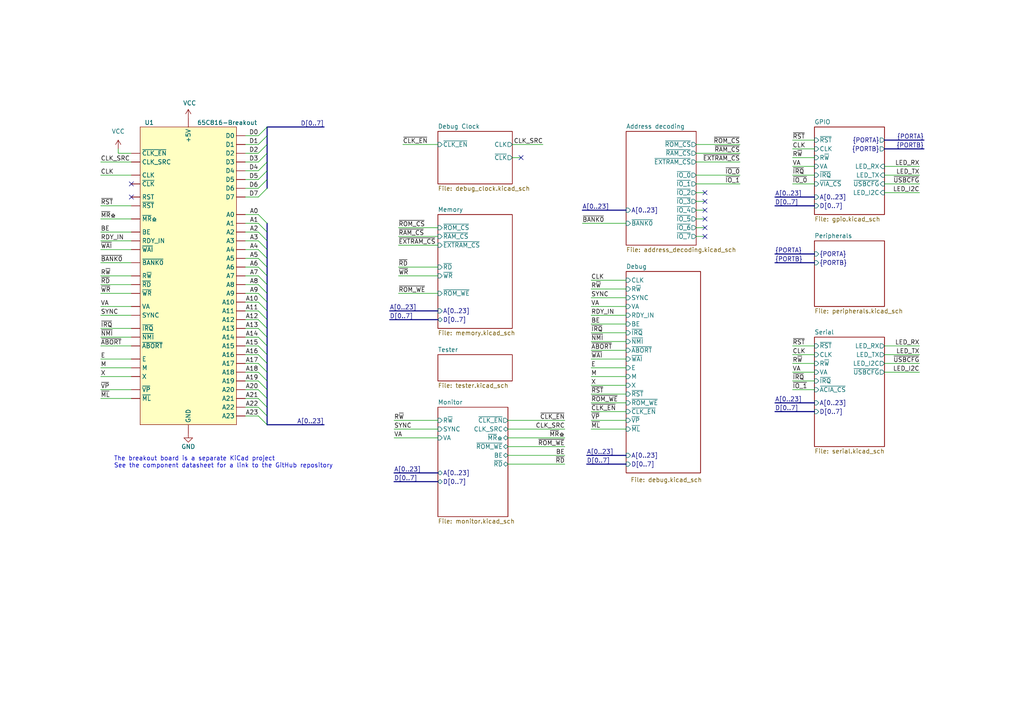
<source format=kicad_sch>
(kicad_sch (version 20250114) (generator "eeschema") (generator_version "9.0")
  (paper "A4")
  (title_block (title "BB816 Homebrew Computer") (date "2023-05-23") (rev "A.32") (comment 2 "https://github.com/adrienkohlbecker/BB816") (comment 3 "Licensed under CERN-OHL-W v2") (comment 4 "Copyright © 2022-2023 Adrien Kohlbecker"))
  (lib_symbols
    (symbol "65C816:65C816-Breakout"
      (property "Reference" "U" (at -12.7 44.45 0))
      (property "Value" "65C816-Breakout" (at 12.7 44.45 0))
      (symbol "65C816-Breakout_0_1"
        (rectangle (start -13.97 43.18) (end 13.97 -43.18) (fill (type background)))
      )
      (symbol "65C816-Breakout_1_1"
        (pin input line (at -16.51 35.56 0) (length 2.54) (name "~{CLK_EN}") (number ""))
        (pin bidirectional line (at -16.51 33.02 0) (length 2.54) (name "CLK_SRC") (number ""))
        (pin output line (at -16.51 29.21 0) (length 2.54) (name "CLK") (number ""))
        (pin output line (at -16.51 26.67 0) (length 2.54) (name "~{CLK}") (number ""))
        (pin output line (at -16.51 22.86 0) (length 2.54) (name "RST") (number ""))
        (pin output line (at -16.51 20.32 0) (length 2.54) (name "~{RST}") (number ""))
        (pin open_collector line (at -16.51 16.51 0) (length 2.54) (name "~{MR}⎒") (number ""))
        (pin input line (at -16.51 12.7 0) (length 2.54) (name "BE") (number ""))
        (pin input line (at -16.51 10.16 0) (length 2.54) (name "RDY_IN") (number ""))
        (pin output line (at -16.51 7.62 0) (length 2.54) (name "~{WAI}") (number ""))
        (pin output line (at -16.51 3.81 0) (length 2.54) (name "~{BANK0}") (number ""))
        (pin bidirectional line (at -16.51 0 0) (length 2.54) (name "R~{W}") (number ""))
        (pin tri_state line (at -16.51 -2.54 0) (length 2.54) (name "~{RD}") (number ""))
        (pin tri_state line (at -16.51 -5.08 0) (length 2.54) (name "~{WR}") (number ""))
        (pin tri_state line (at -16.51 -8.89 0) (length 2.54) (name "VA") (number ""))
        (pin output line (at -16.51 -11.43 0) (length 2.54) (name "SYNC") (number ""))
        (pin input line (at -16.51 -15.24 0) (length 2.54) (name "~{IRQ}") (number ""))
        (pin input line (at -16.51 -17.78 0) (length 2.54) (name "~{NMI}") (number ""))
        (pin input line (at -16.51 -20.32 0) (length 2.54) (name "~{ABORT}") (number ""))
        (pin output line (at -16.51 -24.13 0) (length 2.54) (name "E") (number ""))
        (pin output line (at -16.51 -26.67 0) (length 2.54) (name "M") (number ""))
        (pin output line (at -16.51 -29.21 0) (length 2.54) (name "X") (number ""))
        (pin output line (at -16.51 -33.02 0) (length 2.54) (name "~{VP}") (number ""))
        (pin output line (at -16.51 -35.56 0) (length 2.54) (name "~{ML}") (number ""))
        (pin power_out line (at 0 45.72 270) (length 2.54) (name "+5V") (number ""))
        (pin power_out line (at 0 -45.72 90) (length 2.54) (name "GND") (number ""))
        (pin bidirectional line (at 16.51 40.64 180) (length 2.54) (name "D0") (number ""))
        (pin bidirectional line (at 16.51 38.1 180) (length 2.54) (name "D1") (number ""))
        (pin bidirectional line (at 16.51 35.56 180) (length 2.54) (name "D2") (number ""))
        (pin bidirectional line (at 16.51 33.02 180) (length 2.54) (name "D3") (number ""))
        (pin bidirectional line (at 16.51 30.48 180) (length 2.54) (name "D4") (number ""))
        (pin bidirectional line (at 16.51 27.94 180) (length 2.54) (name "D5") (number ""))
        (pin bidirectional line (at 16.51 25.4 180) (length 2.54) (name "D6") (number ""))
        (pin bidirectional line (at 16.51 22.86 180) (length 2.54) (name "D7") (number ""))
        (pin tri_state line (at 16.51 17.78 180) (length 2.54) (name "A0") (number ""))
        (pin tri_state line (at 16.51 15.24 180) (length 2.54) (name "A1") (number ""))
        (pin tri_state line (at 16.51 12.7 180) (length 2.54) (name "A2") (number ""))
        (pin tri_state line (at 16.51 10.16 180) (length 2.54) (name "A3") (number ""))
        (pin tri_state line (at 16.51 7.62 180) (length 2.54) (name "A4") (number ""))
        (pin tri_state line (at 16.51 5.08 180) (length 2.54) (name "A5") (number ""))
        (pin tri_state line (at 16.51 2.54 180) (length 2.54) (name "A6") (number ""))
        (pin tri_state line (at 16.51 0 180) (length 2.54) (name "A7") (number ""))
        (pin tri_state line (at 16.51 -2.54 180) (length 2.54) (name "A8") (number ""))
        (pin tri_state line (at 16.51 -5.08 180) (length 2.54) (name "A9") (number ""))
        (pin tri_state line (at 16.51 -7.62 180) (length 2.54) (name "A10") (number ""))
        (pin tri_state line (at 16.51 -10.16 180) (length 2.54) (name "A11") (number ""))
        (pin tri_state line (at 16.51 -12.7 180) (length 2.54) (name "A12") (number ""))
        (pin tri_state line (at 16.51 -15.24 180) (length 2.54) (name "A13") (number ""))
        (pin tri_state line (at 16.51 -17.78 180) (length 2.54) (name "A14") (number ""))
        (pin tri_state line (at 16.51 -20.32 180) (length 2.54) (name "A15") (number ""))
        (pin bidirectional line (at 16.51 -22.86 180) (length 2.54) (name "A16") (number ""))
        (pin bidirectional line (at 16.51 -25.4 180) (length 2.54) (name "A17") (number ""))
        (pin bidirectional line (at 16.51 -27.94 180) (length 2.54) (name "A18") (number ""))
        (pin bidirectional line (at 16.51 -30.48 180) (length 2.54) (name "A19") (number ""))
        (pin bidirectional line (at 16.51 -33.02 180) (length 2.54) (name "A20") (number ""))
        (pin bidirectional line (at 16.51 -35.56 180) (length 2.54) (name "A21") (number ""))
        (pin bidirectional line (at 16.51 -38.1 180) (length 2.54) (name "A22") (number ""))
        (pin bidirectional line (at 16.51 -40.64 180) (length 2.54) (name "A23") (number ""))
      )
    )
    (symbol "power:GND" (power) (pin_names (offset 0))
      (property "Value" "GND" (at 0 -3.81 0))
      (symbol "GND_0_1"
        (polyline (pts (xy 0 0) (xy 0 -1.27) (xy 1.27 -1.27) (xy 0 -2.54) (xy -1.27 -1.27) (xy 0 -1.27)))
      )
      (symbol "GND_1_1"
        (pin power_in line (at 0 0 270) (length 0) (hide yes) (name "GND") (number "1"))
      )
    )
    (symbol "power:VCC" (power) (pin_names (offset 0))
      (property "Value" "VCC" (at 0 3.81 0))
      (symbol "VCC_0_1"
        (polyline (pts (xy -0.762 1.27) (xy 0 2.54)))
        (polyline (pts (xy 0 2.54) (xy 0.762 1.27)))
        (polyline (pts (xy 0 0) (xy 0 2.54)))
      )
      (symbol "VCC_1_1"
        (pin power_in line (at 0 0 90) (length 0) (hide yes) (name "VCC") (number "1"))
      )
    )
  )
  (text "The breakout board is a separate KiCad project\nSee the component datasheet for a link to the GitHub repository" (at 33.02 135.89 0) (effects (font (size 1.27 1.27)) (justify left bottom)))
  (no_connect (at 38.1 53.34))
  (no_connect (at 204.47 55.88))
  (no_connect (at 204.47 60.96))
  (no_connect (at 204.47 63.5))
  (no_connect (at 204.47 66.04))
  (no_connect (at 204.47 68.58))
  (no_connect (at 204.47 58.42))
  (no_connect (at 38.1 57.15))
  (no_connect (at 151.13 45.72))
  (bus_entry (at 77.47 105.41) (size -2.54 -2.54))
  (bus_entry (at 77.47 80.01) (size -2.54 -2.54))
  (bus_entry (at 77.47 54.61) (size -2.54 2.54))
  (bus_entry (at 77.47 118.11) (size -2.54 -2.54))
  (bus_entry (at 77.47 85.09) (size -2.54 -2.54))
  (bus_entry (at 77.47 67.31) (size -2.54 -2.54))
  (bus_entry (at 77.47 110.49) (size -2.54 -2.54))
  (bus_entry (at 77.47 49.53) (size -2.54 2.54))
  (bus_entry (at 77.47 74.93) (size -2.54 -2.54))
  (bus_entry (at 77.47 100.33) (size -2.54 -2.54))
  (bus_entry (at 77.47 69.85) (size -2.54 -2.54))
  (bus_entry (at 77.47 44.45) (size -2.54 2.54))
  (bus_entry (at 77.47 97.79) (size -2.54 -2.54))
  (bus_entry (at 77.47 41.91) (size -2.54 2.54))
  (bus_entry (at 77.47 87.63) (size -2.54 -2.54))
  (bus_entry (at 77.47 107.95) (size -2.54 -2.54))
  (bus_entry (at 77.47 64.77) (size -2.54 -2.54))
  (bus_entry (at 77.47 120.65) (size -2.54 -2.54))
  (bus_entry (at 77.47 113.03) (size -2.54 -2.54))
  (bus_entry (at 77.47 102.87) (size -2.54 -2.54))
  (bus_entry (at 77.47 36.83) (size -2.54 2.54))
  (bus_entry (at 77.47 82.55) (size -2.54 -2.54))
  (bus_entry (at 77.47 123.19) (size -2.54 -2.54))
  (bus_entry (at 77.47 46.99) (size -2.54 2.54))
  (bus_entry (at 77.47 90.17) (size -2.54 -2.54))
  (bus_entry (at 77.47 72.39) (size -2.54 -2.54))
  (bus_entry (at 77.47 92.71) (size -2.54 -2.54))
  (bus_entry (at 77.47 95.25) (size -2.54 -2.54))
  (bus_entry (at 77.47 115.57) (size -2.54 -2.54))
  (bus_entry (at 77.47 77.47) (size -2.54 -2.54))
  (bus_entry (at 77.47 39.37) (size -2.54 2.54))
  (bus_entry (at 77.47 52.07) (size -2.54 2.54))
  (wire (pts (xy 71.12 102.87) (xy 74.93 102.87)))
  (wire (pts (xy 71.12 54.61) (xy 74.93 54.61)))
  (wire (pts (xy 171.45 99.06) (xy 181.61 99.06)))
  (wire (pts (xy 71.12 41.91) (xy 74.93 41.91)))
  (wire (pts (xy 147.32 134.62) (xy 163.83 134.62)))
  (bus (pts (xy 113.03 90.17) (xy 127 90.17)))
  (wire (pts (xy 201.93 60.96) (xy 204.47 60.96)))
  (wire (pts (xy 171.45 106.68) (xy 181.61 106.68)))
  (wire (pts (xy 38.1 97.79) (xy 29.21 97.79)))
  (wire (pts (xy 71.12 90.17) (xy 74.93 90.17)))
  (bus (pts (xy 77.47 113.03) (xy 77.47 115.57)))
  (wire (pts (xy 115.57 77.47) (xy 127 77.47)))
  (wire (pts (xy 34.29 43.18) (xy 34.29 44.45)))
  (wire (pts (xy 201.93 63.5) (xy 204.47 63.5)))
  (wire (pts (xy 71.12 113.03) (xy 74.93 113.03)))
  (wire (pts (xy 229.87 40.64) (xy 236.22 40.64)))
  (wire (pts (xy 229.87 113.03) (xy 236.22 113.03)))
  (bus (pts (xy 77.47 72.39) (xy 77.47 74.93)))
  (wire (pts (xy 71.12 118.11) (xy 74.93 118.11)))
  (bus (pts (xy 77.47 46.99) (xy 77.47 49.53)))
  (wire (pts (xy 171.45 116.84) (xy 181.61 116.84)))
  (wire (pts (xy 29.21 50.8) (xy 38.1 50.8)))
  (wire (pts (xy 71.12 120.65) (xy 74.93 120.65)))
  (wire (pts (xy 71.12 49.53) (xy 74.93 49.53)))
  (bus (pts (xy 77.47 102.87) (xy 77.47 105.41)))
  (wire (pts (xy 38.1 69.85) (xy 29.21 69.85)))
  (wire (pts (xy 256.54 55.88) (xy 266.7 55.88)))
  (wire (pts (xy 201.93 41.91) (xy 214.63 41.91)))
  (wire (pts (xy 181.61 96.52) (xy 171.45 96.52)))
  (bus (pts (xy 77.47 41.91) (xy 77.47 44.45)))
  (wire (pts (xy 256.54 107.95) (xy 266.7 107.95)))
  (wire (pts (xy 229.87 105.41) (xy 236.22 105.41)))
  (bus (pts (xy 77.47 85.09) (xy 77.47 87.63)))
  (bus (pts (xy 77.47 120.65) (xy 77.47 123.19)))
  (bus (pts (xy 77.47 36.83) (xy 77.47 39.37)))
  (wire (pts (xy 29.21 59.69) (xy 38.1 59.69)))
  (bus (pts (xy 224.79 57.15) (xy 236.22 57.15)))
  (wire (pts (xy 114.3 124.46) (xy 127 124.46)))
  (wire (pts (xy 71.12 115.57) (xy 74.93 115.57)))
  (wire (pts (xy 256.54 50.8) (xy 266.7 50.8)))
  (wire (pts (xy 256.54 105.41) (xy 266.7 105.41)))
  (wire (pts (xy 71.12 39.37) (xy 74.93 39.37)))
  (wire (pts (xy 29.21 109.22) (xy 38.1 109.22)))
  (wire (pts (xy 71.12 97.79) (xy 74.93 97.79)))
  (bus (pts (xy 77.47 44.45) (xy 77.47 46.99)))
  (bus (pts (xy 77.47 74.93) (xy 77.47 77.47)))
  (wire (pts (xy 229.87 43.18) (xy 236.22 43.18)))
  (wire (pts (xy 71.12 77.47) (xy 74.93 77.47)))
  (wire (pts (xy 171.45 101.6) (xy 181.61 101.6)))
  (wire (pts (xy 71.12 74.93) (xy 74.93 74.93)))
  (wire (pts (xy 71.12 62.23) (xy 74.93 62.23)))
  (wire (pts (xy 71.12 82.55) (xy 74.93 82.55)))
  (wire (pts (xy 71.12 110.49) (xy 74.93 110.49)))
  (wire (pts (xy 256.54 100.33) (xy 266.7 100.33)))
  (wire (pts (xy 229.87 110.49) (xy 236.22 110.49)))
  (wire (pts (xy 115.57 66.04) (xy 127 66.04)))
  (wire (pts (xy 171.45 121.92) (xy 181.61 121.92)))
  (wire (pts (xy 171.45 88.9) (xy 181.61 88.9)))
  (bus (pts (xy 77.47 82.55) (xy 77.47 85.09)))
  (wire (pts (xy 229.87 45.72) (xy 236.22 45.72)))
  (wire (pts (xy 171.45 83.82) (xy 181.61 83.82)))
  (bus (pts (xy 77.47 80.01) (xy 77.47 82.55)))
  (wire (pts (xy 115.57 80.01) (xy 127 80.01)))
  (bus (pts (xy 77.47 115.57) (xy 77.47 118.11)))
  (wire (pts (xy 29.21 104.14) (xy 38.1 104.14)))
  (wire (pts (xy 71.12 44.45) (xy 74.93 44.45)))
  (wire (pts (xy 71.12 105.41) (xy 74.93 105.41)))
  (bus (pts (xy 77.47 97.79) (xy 77.47 100.33)))
  (wire (pts (xy 71.12 64.77) (xy 74.93 64.77)))
  (wire (pts (xy 71.12 85.09) (xy 74.93 85.09)))
  (wire (pts (xy 29.21 91.44) (xy 38.1 91.44)))
  (bus (pts (xy 256.54 43.18) (xy 267.97 43.18)))
  (wire (pts (xy 171.45 114.3) (xy 181.61 114.3)))
  (wire (pts (xy 71.12 80.01) (xy 74.93 80.01)))
  (wire (pts (xy 29.21 72.39) (xy 38.1 72.39)))
  (wire (pts (xy 71.12 52.07) (xy 74.93 52.07)))
  (wire (pts (xy 171.45 91.44) (xy 181.61 91.44)))
  (wire (pts (xy 201.93 50.8) (xy 214.63 50.8)))
  (wire (pts (xy 148.59 41.91) (xy 157.48 41.91)))
  (wire (pts (xy 256.54 48.26) (xy 266.7 48.26)))
  (bus (pts (xy 93.98 36.83) (xy 77.47 36.83)))
  (wire (pts (xy 29.21 100.33) (xy 38.1 100.33)))
  (bus (pts (xy 113.03 92.71) (xy 127 92.71)))
  (wire (pts (xy 29.21 106.68) (xy 38.1 106.68)))
  (bus (pts (xy 77.47 105.41) (xy 77.47 107.95)))
  (wire (pts (xy 71.12 87.63) (xy 74.93 87.63)))
  (bus (pts (xy 77.47 92.71) (xy 77.47 95.25)))
  (wire (pts (xy 34.29 44.45) (xy 38.1 44.45)))
  (wire (pts (xy 71.12 100.33) (xy 74.93 100.33)))
  (wire (pts (xy 147.32 124.46) (xy 163.83 124.46)))
  (wire (pts (xy 163.83 121.92) (xy 147.32 121.92)))
  (wire (pts (xy 38.1 95.25) (xy 29.21 95.25)))
  (wire (pts (xy 29.21 113.03) (xy 38.1 113.03)))
  (bus (pts (xy 77.47 52.07) (xy 77.47 54.61)))
  (wire (pts (xy 181.61 86.36) (xy 171.45 86.36)))
  (bus (pts (xy 224.79 119.38) (xy 236.22 119.38)))
  (wire (pts (xy 171.45 111.76) (xy 181.61 111.76)))
  (bus (pts (xy 168.91 60.96) (xy 181.61 60.96)))
  (wire (pts (xy 114.3 127) (xy 127 127)))
  (wire (pts (xy 29.21 63.5) (xy 38.1 63.5)))
  (wire (pts (xy 171.45 119.38) (xy 181.61 119.38)))
  (wire (pts (xy 71.12 107.95) (xy 74.93 107.95)))
  (bus (pts (xy 77.47 100.33) (xy 77.47 102.87)))
  (bus (pts (xy 77.47 107.95) (xy 77.47 110.49)))
  (wire (pts (xy 171.45 124.46) (xy 181.61 124.46)))
  (wire (pts (xy 171.45 104.14) (xy 181.61 104.14)))
  (wire (pts (xy 256.54 53.34) (xy 266.7 53.34)))
  (bus (pts (xy 224.79 59.69) (xy 236.22 59.69)))
  (wire (pts (xy 201.93 68.58) (xy 204.47 68.58)))
  (wire (pts (xy 171.45 109.22) (xy 181.61 109.22)))
  (bus (pts (xy 181.61 134.62) (xy 170.18 134.62)))
  (wire (pts (xy 71.12 92.71) (xy 74.93 92.71)))
  (bus (pts (xy 77.47 64.77) (xy 77.47 67.31)))
  (bus (pts (xy 77.47 69.85) (xy 77.47 72.39)))
  (wire (pts (xy 29.21 115.57) (xy 38.1 115.57)))
  (wire (pts (xy 163.83 127) (xy 147.32 127)))
  (wire (pts (xy 114.3 121.92) (xy 127 121.92)))
  (wire (pts (xy 168.91 64.77) (xy 181.61 64.77)))
  (bus (pts (xy 77.47 39.37) (xy 77.47 41.91)))
  (wire (pts (xy 71.12 57.15) (xy 74.93 57.15)))
  (wire (pts (xy 115.57 85.09) (xy 127 85.09)))
  (wire (pts (xy 38.1 46.99) (xy 29.21 46.99)))
  (wire (pts (xy 229.87 100.33) (xy 236.22 100.33)))
  (bus (pts (xy 77.47 118.11) (xy 77.47 120.65)))
  (wire (pts (xy 229.87 50.8) (xy 236.22 50.8)))
  (wire (pts (xy 116.84 41.91) (xy 127 41.91)))
  (bus (pts (xy 114.3 139.7) (xy 127 139.7)))
  (bus (pts (xy 77.47 110.49) (xy 77.47 113.03)))
  (wire (pts (xy 71.12 95.25) (xy 74.93 95.25)))
  (wire (pts (xy 201.93 53.34) (xy 214.63 53.34)))
  (wire (pts (xy 229.87 102.87) (xy 236.22 102.87)))
  (bus (pts (xy 77.47 90.17) (xy 77.47 92.71)))
  (bus (pts (xy 236.22 76.2) (xy 224.79 76.2)))
  (wire (pts (xy 256.54 102.87) (xy 266.7 102.87)))
  (bus (pts (xy 77.47 87.63) (xy 77.47 90.17)))
  (wire (pts (xy 71.12 46.99) (xy 74.93 46.99)))
  (wire (pts (xy 29.21 76.2) (xy 38.1 76.2)))
  (wire (pts (xy 229.87 107.95) (xy 236.22 107.95)))
  (bus (pts (xy 77.47 95.25) (xy 77.47 97.79)))
  (wire (pts (xy 29.21 82.55) (xy 38.1 82.55)))
  (wire (pts (xy 38.1 67.31) (xy 29.21 67.31)))
  (wire (pts (xy 201.93 46.99) (xy 214.63 46.99)))
  (wire (pts (xy 171.45 81.28) (xy 181.61 81.28)))
  (bus (pts (xy 77.47 77.47) (xy 77.47 80.01)))
  (wire (pts (xy 29.21 85.09) (xy 38.1 85.09)))
  (wire (pts (xy 171.45 93.98) (xy 181.61 93.98)))
  (wire (pts (xy 201.93 66.04) (xy 204.47 66.04)))
  (bus (pts (xy 224.79 116.84) (xy 236.22 116.84)))
  (wire (pts (xy 29.21 88.9) (xy 38.1 88.9)))
  (wire (pts (xy 229.87 48.26) (xy 236.22 48.26)))
  (bus (pts (xy 236.22 73.66) (xy 224.79 73.66)))
  (bus (pts (xy 77.47 67.31) (xy 77.47 69.85)))
  (bus (pts (xy 114.3 137.16) (xy 127 137.16)))
  (wire (pts (xy 147.32 129.54) (xy 163.83 129.54)))
  (wire (pts (xy 71.12 67.31) (xy 74.93 67.31)))
  (bus (pts (xy 93.98 123.19) (xy 77.47 123.19)))
  (wire (pts (xy 71.12 69.85) (xy 74.93 69.85)))
  (wire (pts (xy 71.12 72.39) (xy 74.93 72.39)))
  (bus (pts (xy 77.47 49.53) (xy 77.47 52.07)))
  (wire (pts (xy 115.57 68.58) (xy 127 68.58)))
  (wire (pts (xy 151.13 45.72) (xy 148.59 45.72)))
  (wire (pts (xy 147.32 132.08) (xy 163.83 132.08)))
  (bus (pts (xy 256.54 40.64) (xy 267.97 40.64)))
  (wire (pts (xy 201.93 58.42) (xy 204.47 58.42)))
  (bus (pts (xy 170.18 132.08) (xy 181.61 132.08)))
  (wire (pts (xy 201.93 55.88) (xy 204.47 55.88)))
  (wire (pts (xy 29.21 80.01) (xy 38.1 80.01)))
  (wire (pts (xy 115.57 71.12) (xy 127 71.12)))
  (wire (pts (xy 201.93 44.45) (xy 214.63 44.45)))
  (wire (pts (xy 229.87 53.34) (xy 236.22 53.34)))
  (label "LED_RX" (at 266.7 48.26 180))
  (label "~{USBCFG}" (at 266.7 53.34 180))
  (label "A8" (at 74.93 82.55 180))
  (label "~{IRQ}" (at 229.87 50.8 0))
  (label "M" (at 29.21 106.68 0))
  (label "~{ROM_WE}" (at 115.57 85.09 0))
  (label "VA" (at 229.87 48.26 0))
  (label "~{EXTRAM_CS}" (at 214.63 46.99 180))
  (label "A[0..23]" (at 114.3 137.16 0))
  (label "R~{W}" (at 114.3 121.92 0))
  (label "A9" (at 74.93 85.09 180))
  (label "D0" (at 74.93 39.37 180))
  (label "D4" (at 74.93 49.53 180))
  (label "D6" (at 74.93 54.61 180))
  (label "A23" (at 74.93 120.65 180))
  (label "A10" (at 74.93 87.63 180))
  (label "CLK" (at 229.87 102.87 0))
  (label "E" (at 171.45 106.68 0))
  (label "~{ROM_CS}" (at 115.57 66.04 0))
  (label "D1" (at 74.93 41.91 180))
  (label "{PORTA}" (at 224.79 73.66 0))
  (label "~{RST}" (at 171.45 114.3 0))
  (label "A5" (at 74.93 74.93 180))
  (label "A[0..23]" (at 224.79 116.84 0))
  (label "R~{W}" (at 229.87 105.41 0))
  (label "~{IO_0}" (at 229.87 53.34 0))
  (label "VA" (at 229.87 107.95 0))
  (label "{PORTB}" (at 267.97 43.18 180))
  (label "M" (at 171.45 109.22 0))
  (label "D[0..7]" (at 93.98 36.83 180))
  (label "~{WAI}" (at 29.21 72.39 0))
  (label "A[0..23]" (at 93.98 123.19 180))
  (label "VA" (at 29.21 88.9 0))
  (label "A[0..23]" (at 113.03 90.17 0))
  (label "A0" (at 74.93 62.23 180))
  (label "LED_TX" (at 266.7 50.8 180))
  (label "D[0..7]" (at 224.79 59.69 0))
  (label "R~{W}" (at 171.45 83.82 0))
  (label "D7" (at 74.93 57.15 180))
  (label "~{RST}" (at 29.21 59.69 0))
  (label "~{WR}" (at 115.57 80.01 0))
  (label "A3" (at 74.93 69.85 180))
  (label "BE" (at 171.45 93.98 0))
  (label "~{RAM_CS}" (at 214.63 44.45 180))
  (label "RDY_IN" (at 29.21 69.85 0))
  (label "A6" (at 74.93 77.47 180))
  (label "R~{W}" (at 29.21 80.01 0))
  (label "{PORTB}" (at 224.79 76.2 0))
  (label "A12" (at 74.93 92.71 180))
  (label "~{VP}" (at 29.21 113.03 0))
  (label "A4" (at 74.93 72.39 180))
  (label "~{RD}" (at 163.83 134.62 180))
  (label "CLK" (at 229.87 43.18 0))
  (label "A11" (at 74.93 90.17 180))
  (label "A20" (at 74.93 113.03 180))
  (label "~{ML}" (at 171.45 124.46 0))
  (label "~{IRQ}" (at 229.87 110.49 0))
  (label "~{ABORT}" (at 29.21 100.33 0))
  (label "LED_I2C" (at 266.7 107.95 180))
  (label "A7" (at 74.93 80.01 180))
  (label "CLK_SRC" (at 29.21 46.99 0))
  (label "SYNC" (at 171.45 86.36 0))
  (label "D[0..7]" (at 224.79 119.38 0))
  (label "A[0..23]" (at 168.91 60.96 0))
  (label "A16" (at 74.93 102.87 180))
  (label "LED_RX" (at 266.7 100.33 180))
  (label "CLK" (at 29.21 50.8 0))
  (label "~{WR}" (at 29.21 85.09 0))
  (label "CLK_SRC" (at 157.48 41.91 180))
  (label "~{RD}" (at 115.57 77.47 0))
  (label "~{IO_1}" (at 229.87 113.03 0))
  (label "CLK" (at 171.45 81.28 0))
  (label "LED_I2C" (at 266.7 55.88 180))
  (label "RDY_IN" (at 171.45 91.44 0))
  (label "~{BANK0}" (at 168.91 64.77 0))
  (label "VA" (at 171.45 88.9 0))
  (label "D[0..7]" (at 113.03 92.71 0))
  (label "~{IRQ}" (at 171.45 96.52 0))
  (label "A17" (at 74.93 105.41 180))
  (label "~{NMI}" (at 29.21 97.79 0))
  (label "A1" (at 74.93 64.77 180))
  (label "A15" (at 74.93 100.33 180))
  (label "~{ROM_WE}" (at 171.45 116.84 0))
  (label "~{EXTRAM_CS}" (at 115.57 71.12 0))
  (label "LED_TX" (at 266.7 102.87 180))
  (label "X" (at 29.21 109.22 0))
  (label "D[0..7]" (at 114.3 139.7 0))
  (label "D5" (at 74.93 52.07 180))
  (label "SYNC" (at 29.21 91.44 0))
  (label "R~{W}" (at 229.87 45.72 0))
  (label "~{ABORT}" (at 171.45 101.6 0))
  (label "~{USBCFG}" (at 266.7 105.41 180))
  (label "E" (at 29.21 104.14 0))
  (label "~{IO_1}" (at 214.63 53.34 180))
  (label "~{CLK_EN}" (at 116.84 41.91 0))
  (label "~{WAI}" (at 171.45 104.14 0))
  (label "~{CLK_EN}" (at 163.83 121.92 180))
  (label "CLK_SRC" (at 163.83 124.46 180))
  (label "{PORTA}" (at 267.97 40.64 180))
  (label "~{VP}" (at 171.45 121.92 0))
  (label "A18" (at 74.93 107.95 180))
  (label "~{RST}" (at 229.87 100.33 0))
  (label "D2" (at 74.93 44.45 180))
  (label "X" (at 171.45 111.76 0))
  (label "~{IRQ}" (at 29.21 95.25 0))
  (label "A2" (at 74.93 67.31 180))
  (label "~{CLK_EN}" (at 171.45 119.38 0))
  (label "A22" (at 74.93 118.11 180))
  (label "BE" (at 163.83 132.08 180))
  (label "~{MR}⎒" (at 29.21 63.5 0))
  (label "A[0..23]" (at 170.18 132.08 0))
  (label "~{ROM_WE}" (at 163.83 129.54 180))
  (label "A14" (at 74.93 97.79 180))
  (label "~{BANK0}" (at 29.21 76.2 0))
  (label "BE" (at 29.21 67.31 0))
  (label "~{RAM_CS}" (at 115.57 68.58 0))
  (label "~{ROM_CS}" (at 214.63 41.91 180))
  (label "SYNC" (at 114.3 124.46 0))
  (label "A13" (at 74.93 95.25 180))
  (label "A19" (at 74.93 110.49 180))
  (label "~{RD}" (at 29.21 82.55 0))
  (label "~{NMI}" (at 171.45 99.06 0))
  (label "~{MR}⎒" (at 163.83 127 180))
  (label "A[0..23]" (at 224.79 57.15 0))
  (label "~{IO_0}" (at 214.63 50.8 180))
  (label "D3" (at 74.93 46.99 180))
  (label "A21" (at 74.93 115.57 180))
  (label "D[0..7]" (at 170.18 134.62 0))
  (label "VA" (at 114.3 127 0))
  (label "~{RST}" (at 229.87 40.64 0))
  (label "~{ML}" (at 29.21 115.57 0))
  (symbol (lib_id "power:VCC") (at 34.29 43.18 0) (unit 1)
    (property "Reference" "#PWR01" (effects (hide yes)))
    (property "Value" "VCC" (at 34.29 38.1 0))
  )
  (symbol (lib_id "65C816:65C816-Breakout") (at 54.61 80.01 0) (unit 1)
    (property "Reference" "U1" (at 41.91 35.56 0) (effects (justify left)))
    (property "Value" "65C816-Breakout" (at 57.15 35.56 0) (effects (justify left)))
    (property "Datasheet" "https://github.com/adrienkohlbecker/BB816/tree/main/hardware/breakout" (effects (hide yes)))
  )
  (symbol (lib_id "power:VCC") (at 54.61 34.29 0) (unit 1)
    (property "Reference" "#PWR02" (effects (hide yes)))
    (property "Value" "VCC" (at 54.991 29.8958 0))
  )
  (symbol (lib_id "power:GND") (at 54.61 125.73 0) (unit 1)
    (property "Reference" "#PWR03" (effects (hide yes)))
    (property "Value" "GND" (at 54.61 129.54 0))
  )
  (sheet (at 127 38.1) (size 21.59 15.24)
    (property "Sheetname" "Debug Clock" (at 127 37.3884 0) (effects (justify left bottom)))
    (property "Sheetfile" "debug_clock.kicad_sch" (at 127 53.9246 0) (effects (justify left top)))
    (pin "CLK" output (at 148.59 41.91 0))
    (pin "~{CLK}" output (at 148.59 45.72 0))
    (pin "~{CLK_EN}" input (at 127 41.91 180))
  )
  (sheet (at 181.61 78.74) (size 21.59 58.42)
    (property "Sheetname" "Debug" (at 181.61 78.0284 0) (effects (justify left bottom)))
    (property "Sheetfile" "debug.kicad_sch" (at 182.88 138.43 0) (effects (justify left top)))
    (pin "R~{W}" input (at 181.61 83.82 180))
    (pin "~{IRQ}" input (at 181.61 96.52 180))
    (pin "BE" input (at 181.61 93.98 180))
    (pin "~{NMI}" input (at 181.61 99.06 180))
    (pin "~{WAI}" input (at 181.61 104.14 180))
    (pin "D[0..7]" input (at 181.61 134.62 180))
    (pin "E" input (at 181.61 106.68 180))
    (pin "RDY_IN" input (at 181.61 91.44 180))
    (pin "A[0..23]" input (at 181.61 132.08 180))
    (pin "~{RST}" input (at 181.61 114.3 180))
    (pin "SYNC" input (at 181.61 86.36 180))
    (pin "VA" input (at 181.61 88.9 180))
    (pin "CLK" input (at 181.61 81.28 180))
    (pin "M" input (at 181.61 109.22 180))
    (pin "~{ABORT}" input (at 181.61 101.6 180))
    (pin "~{ML}" input (at 181.61 124.46 180))
    (pin "~{ROM_WE}" input (at 181.61 116.84 180))
    (pin "~{CLK_EN}" input (at 181.61 119.38 180))
    (pin "~{VP}" input (at 181.61 121.92 180))
    (pin "X" input (at 181.61 111.76 180))
  )
  (sheet (at 127 102.87) (size 21.59 7.62)
    (property "Sheetname" "Tester" (at 127 102.1584 0) (effects (justify left bottom)))
    (property "Sheetfile" "tester.kicad_sch" (at 127 111.0746 0) (effects (justify left top)))
  )
  (sheet (at 127 62.23) (size 21.59 33.02) (stroke (width 0.1524))
    (property "Sheetname" "Memory" (at 127 61.5184 0) (effects (justify left bottom)))
    (property "Sheetfile" "memory.kicad_sch" (at 127 95.8346 0) (effects (justify left top)))
    (pin "D[0..7]" bidirectional (at 127 92.71 180))
    (pin "~{ROM_CS}" input (at 127 66.04 180))
    (pin "~{RD}" input (at 127 77.47 180))
    (pin "~{WR}" input (at 127 80.01 180))
    (pin "~{RAM_CS}" input (at 127 68.58 180))
    (pin "~{ROM_WE}" input (at 127 85.09 180))
    (pin "A[0..23]" input (at 127 90.17 180))
    (pin "~{EXTRAM_CS}" input (at 127 71.12 180))
  )
  (sheet (at 236.22 97.79) (size 20.32 31.75) (stroke (width 0.1524))
    (property "Sheetname" "Serial" (at 236.22 97.0784 0) (effects (justify left bottom)))
    (property "Sheetfile" "serial.kicad_sch" (at 236.22 130.1246 0) (effects (justify left top)))
    (pin "CLK" input (at 236.22 102.87 180))
    (pin "VA" input (at 236.22 107.95 180))
    (pin "R~{W}" input (at 236.22 105.41 180))
    (pin "~{RST}" input (at 236.22 100.33 180))
    (pin "A[0..23]" input (at 236.22 116.84 180))
    (pin "D[0..7]" input (at 236.22 119.38 180))
    (pin "~{IRQ}" input (at 236.22 110.49 180))
    (pin "~{ACIA_CS}" input (at 236.22 113.03 180))
    (pin "LED_RX" output (at 256.54 100.33 0))
    (pin "~{USBCFG}" output (at 256.54 107.95 0))
    (pin "LED_I2C" output (at 256.54 105.41 0))
    (pin "LED_TX" output (at 256.54 102.87 0))
  )
  (sheet (at 236.22 69.85) (size 20.32 19.05) (stroke (width 0.1524))
    (property "Sheetname" "Peripherals" (at 236.22 69.1384 0) (effects (justify left bottom)))
    (property "Sheetfile" "peripherals.kicad_sch" (at 236.22 89.4846 0) (effects (justify left top)))
    (pin "{PORTA}" input (at 236.22 73.66 180))
    (pin "{PORTB}" input (at 236.22 76.2 180))
  )
  (sheet (at 127 118.11) (size 20.32 31.75) (stroke (width 0.1524))
    (property "Sheetname" "Monitor" (at 127 117.3984 0) (effects (justify left bottom)))
    (property "Sheetfile" "monitor.kicad_sch" (at 127 150.4446 0) (effects (justify left top)))
    (pin "R~{W}" input (at 127 121.92 180))
    (pin "SYNC" input (at 127 124.46 180))
    (pin "VA" input (at 127 127 180))
    (pin "~{CLK_EN}" output (at 147.32 121.92 0))
    (pin "A[0..23]" bidirectional (at 127 137.16 180))
    (pin "D[0..7]" bidirectional (at 127 139.7 180))
    (pin "~{RD}" tri_state (at 147.32 134.62 0))
    (pin "BE" tri_state (at 147.32 132.08 0))
    (pin "~{MR}⎒" bidirectional (at 147.32 127 0))
    (pin "~{ROM_WE}" tri_state (at 147.32 129.54 0))
    (pin "CLK_SRC" tri_state (at 147.32 124.46 0))
  )
  (sheet (at 236.22 36.83) (size 20.32 25.4) (stroke (width 0.1524))
    (property "Sheetname" "GPIO" (at 236.22 36.1184 0) (effects (justify left bottom)))
    (property "Sheetfile" "gpio.kicad_sch" (at 236.22 62.8146 0) (effects (justify left top)))
    (pin "~{VIA_CS}" input (at 236.22 53.34 180))
    (pin "D[0..7]" input (at 236.22 59.69 180))
    (pin "A[0..23]" input (at 236.22 57.15 180))
    (pin "~{RST}" input (at 236.22 40.64 180))
    (pin "R~{W}" input (at 236.22 45.72 180))
    (pin "CLK" input (at 236.22 43.18 180))
    (pin "~{IRQ}" input (at 236.22 50.8 180))
    (pin "VA" input (at 236.22 48.26 180))
    (pin "{PORTA}" output (at 256.54 40.64 0))
    (pin "{PORTB}" output (at 256.54 43.18 0))
    (pin "LED_TX" input (at 256.54 50.8 0))
    (pin "LED_RX" input (at 256.54 48.26 0))
    (pin "~{USBCFG}" input (at 256.54 53.34 0))
    (pin "LED_I2C" input (at 256.54 55.88 0))
  )
  (sheet (at 181.61 38.1) (size 20.32 33.02) (stroke (width 0.1524))
    (property "Sheetname" "Address decoding" (at 181.61 37.3884 0) (effects (justify left bottom)))
    (property "Sheetfile" "address_decoding.kicad_sch" (at 181.61 71.7046 0) (effects (justify left top)))
    (pin "~{ROM_CS}" output (at 201.93 41.91 0))
    (pin "~{RAM_CS}" output (at 201.93 44.45 0))
    (pin "A[0..23]" input (at 181.61 60.96 180))
    (pin "~{EXTRAM_CS}" output (at 201.93 46.99 0))
    (pin "~{IO_0}" output (at 201.93 50.8 0))
    (pin "~{IO_6}" output (at 201.93 66.04 0))
    (pin "~{IO_5}" output (at 201.93 63.5 0))
    (pin "~{IO_1}" output (at 201.93 53.34 0))
    (pin "~{IO_4}" output (at 201.93 60.96 0))
    (pin "~{IO_7}" output (at 201.93 68.58 0))
    (pin "~{IO_3}" output (at 201.93 58.42 0))
    (pin "~{IO_2}" output (at 201.93 55.88 0))
    (pin "~{BANK0}" input (at 181.61 64.77 180))
  )
)
</source>
